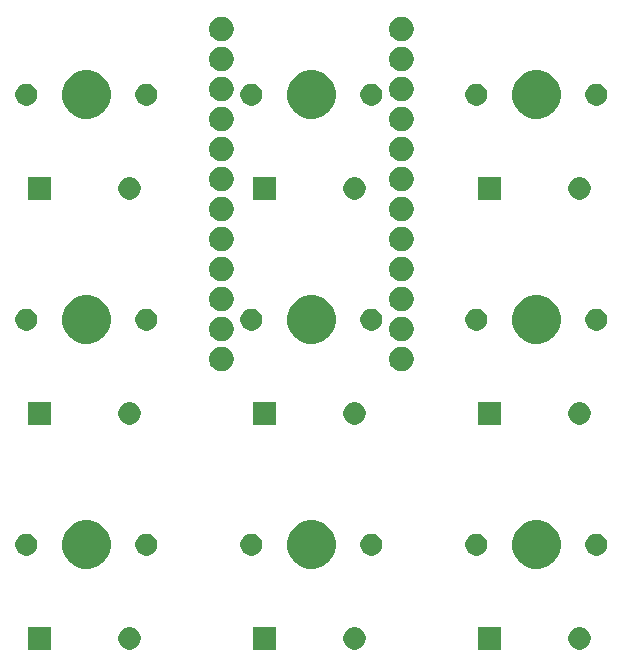
<source format=gts>
%TF.GenerationSoftware,KiCad,Pcbnew,(5.1.6)-1*%
%TF.CreationDate,2020-10-02T01:53:22-06:00*%
%TF.ProjectId,macropad_3x3,6d616372-6f70-4616-945f-3378332e6b69,rev?*%
%TF.SameCoordinates,Original*%
%TF.FileFunction,Soldermask,Top*%
%TF.FilePolarity,Negative*%
%FSLAX46Y46*%
G04 Gerber Fmt 4.6, Leading zero omitted, Abs format (unit mm)*
G04 Created by KiCad (PCBNEW (5.1.6)-1) date 2020-10-02 01:53:22*
%MOMM*%
%LPD*%
G01*
G04 APERTURE LIST*
%ADD10C,0.100000*%
G04 APERTURE END LIST*
D10*
G36*
X28732050Y-78738300D02*
G01*
X26830450Y-78738300D01*
X26830450Y-76836700D01*
X28732050Y-76836700D01*
X28732050Y-78738300D01*
G37*
G36*
X66832050Y-78738300D02*
G01*
X64930450Y-78738300D01*
X64930450Y-76836700D01*
X66832050Y-76836700D01*
X66832050Y-78738300D01*
G37*
G36*
X73778588Y-76873238D02*
G01*
X73951623Y-76944912D01*
X74107350Y-77048965D01*
X74239785Y-77181400D01*
X74343838Y-77337127D01*
X74415512Y-77510162D01*
X74452050Y-77693854D01*
X74452050Y-77881146D01*
X74415512Y-78064838D01*
X74343838Y-78237873D01*
X74239785Y-78393600D01*
X74107350Y-78526035D01*
X73951623Y-78630088D01*
X73778588Y-78701762D01*
X73594896Y-78738300D01*
X73407604Y-78738300D01*
X73223912Y-78701762D01*
X73050877Y-78630088D01*
X72895150Y-78526035D01*
X72762715Y-78393600D01*
X72658662Y-78237873D01*
X72586988Y-78064838D01*
X72550450Y-77881146D01*
X72550450Y-77693854D01*
X72586988Y-77510162D01*
X72658662Y-77337127D01*
X72762715Y-77181400D01*
X72895150Y-77048965D01*
X73050877Y-76944912D01*
X73223912Y-76873238D01*
X73407604Y-76836700D01*
X73594896Y-76836700D01*
X73778588Y-76873238D01*
G37*
G36*
X54728588Y-76873238D02*
G01*
X54901623Y-76944912D01*
X55057350Y-77048965D01*
X55189785Y-77181400D01*
X55293838Y-77337127D01*
X55365512Y-77510162D01*
X55402050Y-77693854D01*
X55402050Y-77881146D01*
X55365512Y-78064838D01*
X55293838Y-78237873D01*
X55189785Y-78393600D01*
X55057350Y-78526035D01*
X54901623Y-78630088D01*
X54728588Y-78701762D01*
X54544896Y-78738300D01*
X54357604Y-78738300D01*
X54173912Y-78701762D01*
X54000877Y-78630088D01*
X53845150Y-78526035D01*
X53712715Y-78393600D01*
X53608662Y-78237873D01*
X53536988Y-78064838D01*
X53500450Y-77881146D01*
X53500450Y-77693854D01*
X53536988Y-77510162D01*
X53608662Y-77337127D01*
X53712715Y-77181400D01*
X53845150Y-77048965D01*
X54000877Y-76944912D01*
X54173912Y-76873238D01*
X54357604Y-76836700D01*
X54544896Y-76836700D01*
X54728588Y-76873238D01*
G37*
G36*
X35678588Y-76873238D02*
G01*
X35851623Y-76944912D01*
X36007350Y-77048965D01*
X36139785Y-77181400D01*
X36243838Y-77337127D01*
X36315512Y-77510162D01*
X36352050Y-77693854D01*
X36352050Y-77881146D01*
X36315512Y-78064838D01*
X36243838Y-78237873D01*
X36139785Y-78393600D01*
X36007350Y-78526035D01*
X35851623Y-78630088D01*
X35678588Y-78701762D01*
X35494896Y-78738300D01*
X35307604Y-78738300D01*
X35123912Y-78701762D01*
X34950877Y-78630088D01*
X34795150Y-78526035D01*
X34662715Y-78393600D01*
X34558662Y-78237873D01*
X34486988Y-78064838D01*
X34450450Y-77881146D01*
X34450450Y-77693854D01*
X34486988Y-77510162D01*
X34558662Y-77337127D01*
X34662715Y-77181400D01*
X34795150Y-77048965D01*
X34950877Y-76944912D01*
X35123912Y-76873238D01*
X35307604Y-76836700D01*
X35494896Y-76836700D01*
X35678588Y-76873238D01*
G37*
G36*
X47782050Y-78738300D02*
G01*
X45880450Y-78738300D01*
X45880450Y-76836700D01*
X47782050Y-76836700D01*
X47782050Y-78738300D01*
G37*
G36*
X70446417Y-67883877D02*
G01*
X70818529Y-68038010D01*
X71153422Y-68261779D01*
X71438221Y-68546578D01*
X71661990Y-68881471D01*
X71816123Y-69253583D01*
X71894700Y-69648614D01*
X71894700Y-70051386D01*
X71816123Y-70446417D01*
X71661990Y-70818529D01*
X71438221Y-71153422D01*
X71153422Y-71438221D01*
X70818529Y-71661990D01*
X70446417Y-71816123D01*
X70051386Y-71894700D01*
X69648614Y-71894700D01*
X69253583Y-71816123D01*
X68881471Y-71661990D01*
X68546578Y-71438221D01*
X68261779Y-71153422D01*
X68038010Y-70818529D01*
X67883877Y-70446417D01*
X67805300Y-70051386D01*
X67805300Y-69648614D01*
X67883877Y-69253583D01*
X68038010Y-68881471D01*
X68261779Y-68546578D01*
X68546578Y-68261779D01*
X68881471Y-68038010D01*
X69253583Y-67883877D01*
X69648614Y-67805300D01*
X70051386Y-67805300D01*
X70446417Y-67883877D01*
G37*
G36*
X51396417Y-67883877D02*
G01*
X51768529Y-68038010D01*
X52103422Y-68261779D01*
X52388221Y-68546578D01*
X52611990Y-68881471D01*
X52766123Y-69253583D01*
X52844700Y-69648614D01*
X52844700Y-70051386D01*
X52766123Y-70446417D01*
X52611990Y-70818529D01*
X52388221Y-71153422D01*
X52103422Y-71438221D01*
X51768529Y-71661990D01*
X51396417Y-71816123D01*
X51001386Y-71894700D01*
X50598614Y-71894700D01*
X50203583Y-71816123D01*
X49831471Y-71661990D01*
X49496578Y-71438221D01*
X49211779Y-71153422D01*
X48988010Y-70818529D01*
X48833877Y-70446417D01*
X48755300Y-70051386D01*
X48755300Y-69648614D01*
X48833877Y-69253583D01*
X48988010Y-68881471D01*
X49211779Y-68546578D01*
X49496578Y-68261779D01*
X49831471Y-68038010D01*
X50203583Y-67883877D01*
X50598614Y-67805300D01*
X51001386Y-67805300D01*
X51396417Y-67883877D01*
G37*
G36*
X32346417Y-67883877D02*
G01*
X32718529Y-68038010D01*
X33053422Y-68261779D01*
X33338221Y-68546578D01*
X33561990Y-68881471D01*
X33716123Y-69253583D01*
X33794700Y-69648614D01*
X33794700Y-70051386D01*
X33716123Y-70446417D01*
X33561990Y-70818529D01*
X33338221Y-71153422D01*
X33053422Y-71438221D01*
X32718529Y-71661990D01*
X32346417Y-71816123D01*
X31951386Y-71894700D01*
X31548614Y-71894700D01*
X31153583Y-71816123D01*
X30781471Y-71661990D01*
X30446578Y-71438221D01*
X30161779Y-71153422D01*
X29938010Y-70818529D01*
X29783877Y-70446417D01*
X29705300Y-70051386D01*
X29705300Y-69648614D01*
X29783877Y-69253583D01*
X29938010Y-68881471D01*
X30161779Y-68546578D01*
X30446578Y-68261779D01*
X30781471Y-68038010D01*
X31153583Y-67883877D01*
X31548614Y-67805300D01*
X31951386Y-67805300D01*
X32346417Y-67883877D01*
G37*
G36*
X26940046Y-68959778D02*
G01*
X27108531Y-69029566D01*
X27260163Y-69130884D01*
X27389116Y-69259837D01*
X27490434Y-69411469D01*
X27490435Y-69411472D01*
X27560222Y-69579954D01*
X27595800Y-69758816D01*
X27595800Y-69941184D01*
X27573879Y-70051386D01*
X27560222Y-70120046D01*
X27490434Y-70288531D01*
X27389116Y-70440163D01*
X27260163Y-70569116D01*
X27108531Y-70670434D01*
X26940046Y-70740222D01*
X26761184Y-70775800D01*
X26578816Y-70775800D01*
X26399954Y-70740222D01*
X26231469Y-70670434D01*
X26079837Y-70569116D01*
X25950884Y-70440163D01*
X25849566Y-70288531D01*
X25779778Y-70120046D01*
X25766121Y-70051386D01*
X25744200Y-69941184D01*
X25744200Y-69758816D01*
X25779778Y-69579954D01*
X25849565Y-69411472D01*
X25849566Y-69411469D01*
X25950884Y-69259837D01*
X26079837Y-69130884D01*
X26231469Y-69029566D01*
X26399954Y-68959778D01*
X26578816Y-68924200D01*
X26761184Y-68924200D01*
X26940046Y-68959778D01*
G37*
G36*
X75200046Y-68959778D02*
G01*
X75368531Y-69029566D01*
X75520163Y-69130884D01*
X75649116Y-69259837D01*
X75750434Y-69411469D01*
X75750435Y-69411472D01*
X75820222Y-69579954D01*
X75855800Y-69758816D01*
X75855800Y-69941184D01*
X75833879Y-70051386D01*
X75820222Y-70120046D01*
X75750434Y-70288531D01*
X75649116Y-70440163D01*
X75520163Y-70569116D01*
X75368531Y-70670434D01*
X75200046Y-70740222D01*
X75021184Y-70775800D01*
X74838816Y-70775800D01*
X74659954Y-70740222D01*
X74491469Y-70670434D01*
X74339837Y-70569116D01*
X74210884Y-70440163D01*
X74109566Y-70288531D01*
X74039778Y-70120046D01*
X74026121Y-70051386D01*
X74004200Y-69941184D01*
X74004200Y-69758816D01*
X74039778Y-69579954D01*
X74109565Y-69411472D01*
X74109566Y-69411469D01*
X74210884Y-69259837D01*
X74339837Y-69130884D01*
X74491469Y-69029566D01*
X74659954Y-68959778D01*
X74838816Y-68924200D01*
X75021184Y-68924200D01*
X75200046Y-68959778D01*
G37*
G36*
X65040046Y-68959778D02*
G01*
X65208531Y-69029566D01*
X65360163Y-69130884D01*
X65489116Y-69259837D01*
X65590434Y-69411469D01*
X65590435Y-69411472D01*
X65660222Y-69579954D01*
X65695800Y-69758816D01*
X65695800Y-69941184D01*
X65673879Y-70051386D01*
X65660222Y-70120046D01*
X65590434Y-70288531D01*
X65489116Y-70440163D01*
X65360163Y-70569116D01*
X65208531Y-70670434D01*
X65040046Y-70740222D01*
X64861184Y-70775800D01*
X64678816Y-70775800D01*
X64499954Y-70740222D01*
X64331469Y-70670434D01*
X64179837Y-70569116D01*
X64050884Y-70440163D01*
X63949566Y-70288531D01*
X63879778Y-70120046D01*
X63866121Y-70051386D01*
X63844200Y-69941184D01*
X63844200Y-69758816D01*
X63879778Y-69579954D01*
X63949565Y-69411472D01*
X63949566Y-69411469D01*
X64050884Y-69259837D01*
X64179837Y-69130884D01*
X64331469Y-69029566D01*
X64499954Y-68959778D01*
X64678816Y-68924200D01*
X64861184Y-68924200D01*
X65040046Y-68959778D01*
G37*
G36*
X56150046Y-68959778D02*
G01*
X56318531Y-69029566D01*
X56470163Y-69130884D01*
X56599116Y-69259837D01*
X56700434Y-69411469D01*
X56700435Y-69411472D01*
X56770222Y-69579954D01*
X56805800Y-69758816D01*
X56805800Y-69941184D01*
X56783879Y-70051386D01*
X56770222Y-70120046D01*
X56700434Y-70288531D01*
X56599116Y-70440163D01*
X56470163Y-70569116D01*
X56318531Y-70670434D01*
X56150046Y-70740222D01*
X55971184Y-70775800D01*
X55788816Y-70775800D01*
X55609954Y-70740222D01*
X55441469Y-70670434D01*
X55289837Y-70569116D01*
X55160884Y-70440163D01*
X55059566Y-70288531D01*
X54989778Y-70120046D01*
X54976121Y-70051386D01*
X54954200Y-69941184D01*
X54954200Y-69758816D01*
X54989778Y-69579954D01*
X55059565Y-69411472D01*
X55059566Y-69411469D01*
X55160884Y-69259837D01*
X55289837Y-69130884D01*
X55441469Y-69029566D01*
X55609954Y-68959778D01*
X55788816Y-68924200D01*
X55971184Y-68924200D01*
X56150046Y-68959778D01*
G37*
G36*
X45990046Y-68959778D02*
G01*
X46158531Y-69029566D01*
X46310163Y-69130884D01*
X46439116Y-69259837D01*
X46540434Y-69411469D01*
X46540435Y-69411472D01*
X46610222Y-69579954D01*
X46645800Y-69758816D01*
X46645800Y-69941184D01*
X46623879Y-70051386D01*
X46610222Y-70120046D01*
X46540434Y-70288531D01*
X46439116Y-70440163D01*
X46310163Y-70569116D01*
X46158531Y-70670434D01*
X45990046Y-70740222D01*
X45811184Y-70775800D01*
X45628816Y-70775800D01*
X45449954Y-70740222D01*
X45281469Y-70670434D01*
X45129837Y-70569116D01*
X45000884Y-70440163D01*
X44899566Y-70288531D01*
X44829778Y-70120046D01*
X44816121Y-70051386D01*
X44794200Y-69941184D01*
X44794200Y-69758816D01*
X44829778Y-69579954D01*
X44899565Y-69411472D01*
X44899566Y-69411469D01*
X45000884Y-69259837D01*
X45129837Y-69130884D01*
X45281469Y-69029566D01*
X45449954Y-68959778D01*
X45628816Y-68924200D01*
X45811184Y-68924200D01*
X45990046Y-68959778D01*
G37*
G36*
X37100046Y-68959778D02*
G01*
X37268531Y-69029566D01*
X37420163Y-69130884D01*
X37549116Y-69259837D01*
X37650434Y-69411469D01*
X37650435Y-69411472D01*
X37720222Y-69579954D01*
X37755800Y-69758816D01*
X37755800Y-69941184D01*
X37733879Y-70051386D01*
X37720222Y-70120046D01*
X37650434Y-70288531D01*
X37549116Y-70440163D01*
X37420163Y-70569116D01*
X37268531Y-70670434D01*
X37100046Y-70740222D01*
X36921184Y-70775800D01*
X36738816Y-70775800D01*
X36559954Y-70740222D01*
X36391469Y-70670434D01*
X36239837Y-70569116D01*
X36110884Y-70440163D01*
X36009566Y-70288531D01*
X35939778Y-70120046D01*
X35926121Y-70051386D01*
X35904200Y-69941184D01*
X35904200Y-69758816D01*
X35939778Y-69579954D01*
X36009565Y-69411472D01*
X36009566Y-69411469D01*
X36110884Y-69259837D01*
X36239837Y-69130884D01*
X36391469Y-69029566D01*
X36559954Y-68959778D01*
X36738816Y-68924200D01*
X36921184Y-68924200D01*
X37100046Y-68959778D01*
G37*
G36*
X66832050Y-59688300D02*
G01*
X64930450Y-59688300D01*
X64930450Y-57786700D01*
X66832050Y-57786700D01*
X66832050Y-59688300D01*
G37*
G36*
X73778588Y-57823238D02*
G01*
X73951623Y-57894912D01*
X74107350Y-57998965D01*
X74239785Y-58131400D01*
X74343838Y-58287127D01*
X74415512Y-58460162D01*
X74452050Y-58643854D01*
X74452050Y-58831146D01*
X74415512Y-59014838D01*
X74343838Y-59187873D01*
X74239785Y-59343600D01*
X74107350Y-59476035D01*
X73951623Y-59580088D01*
X73778588Y-59651762D01*
X73594896Y-59688300D01*
X73407604Y-59688300D01*
X73223912Y-59651762D01*
X73050877Y-59580088D01*
X72895150Y-59476035D01*
X72762715Y-59343600D01*
X72658662Y-59187873D01*
X72586988Y-59014838D01*
X72550450Y-58831146D01*
X72550450Y-58643854D01*
X72586988Y-58460162D01*
X72658662Y-58287127D01*
X72762715Y-58131400D01*
X72895150Y-57998965D01*
X73050877Y-57894912D01*
X73223912Y-57823238D01*
X73407604Y-57786700D01*
X73594896Y-57786700D01*
X73778588Y-57823238D01*
G37*
G36*
X54728588Y-57823238D02*
G01*
X54901623Y-57894912D01*
X55057350Y-57998965D01*
X55189785Y-58131400D01*
X55293838Y-58287127D01*
X55365512Y-58460162D01*
X55402050Y-58643854D01*
X55402050Y-58831146D01*
X55365512Y-59014838D01*
X55293838Y-59187873D01*
X55189785Y-59343600D01*
X55057350Y-59476035D01*
X54901623Y-59580088D01*
X54728588Y-59651762D01*
X54544896Y-59688300D01*
X54357604Y-59688300D01*
X54173912Y-59651762D01*
X54000877Y-59580088D01*
X53845150Y-59476035D01*
X53712715Y-59343600D01*
X53608662Y-59187873D01*
X53536988Y-59014838D01*
X53500450Y-58831146D01*
X53500450Y-58643854D01*
X53536988Y-58460162D01*
X53608662Y-58287127D01*
X53712715Y-58131400D01*
X53845150Y-57998965D01*
X54000877Y-57894912D01*
X54173912Y-57823238D01*
X54357604Y-57786700D01*
X54544896Y-57786700D01*
X54728588Y-57823238D01*
G37*
G36*
X28732050Y-59688300D02*
G01*
X26830450Y-59688300D01*
X26830450Y-57786700D01*
X28732050Y-57786700D01*
X28732050Y-59688300D01*
G37*
G36*
X35678588Y-57823238D02*
G01*
X35851623Y-57894912D01*
X36007350Y-57998965D01*
X36139785Y-58131400D01*
X36243838Y-58287127D01*
X36315512Y-58460162D01*
X36352050Y-58643854D01*
X36352050Y-58831146D01*
X36315512Y-59014838D01*
X36243838Y-59187873D01*
X36139785Y-59343600D01*
X36007350Y-59476035D01*
X35851623Y-59580088D01*
X35678588Y-59651762D01*
X35494896Y-59688300D01*
X35307604Y-59688300D01*
X35123912Y-59651762D01*
X34950877Y-59580088D01*
X34795150Y-59476035D01*
X34662715Y-59343600D01*
X34558662Y-59187873D01*
X34486988Y-59014838D01*
X34450450Y-58831146D01*
X34450450Y-58643854D01*
X34486988Y-58460162D01*
X34558662Y-58287127D01*
X34662715Y-58131400D01*
X34795150Y-57998965D01*
X34950877Y-57894912D01*
X35123912Y-57823238D01*
X35307604Y-57786700D01*
X35494896Y-57786700D01*
X35678588Y-57823238D01*
G37*
G36*
X47782050Y-59688300D02*
G01*
X45880450Y-59688300D01*
X45880450Y-57786700D01*
X47782050Y-57786700D01*
X47782050Y-59688300D01*
G37*
G36*
X43483766Y-53132370D02*
G01*
X43673288Y-53210873D01*
X43843855Y-53324842D01*
X43988908Y-53469895D01*
X44102877Y-53640462D01*
X44181380Y-53829984D01*
X44221400Y-54031181D01*
X44221400Y-54236319D01*
X44181380Y-54437516D01*
X44102877Y-54627038D01*
X43988908Y-54797605D01*
X43843855Y-54942658D01*
X43673288Y-55056627D01*
X43483766Y-55135130D01*
X43282569Y-55175150D01*
X43077431Y-55175150D01*
X42876234Y-55135130D01*
X42686712Y-55056627D01*
X42516145Y-54942658D01*
X42371092Y-54797605D01*
X42257123Y-54627038D01*
X42178620Y-54437516D01*
X42138600Y-54236319D01*
X42138600Y-54031181D01*
X42178620Y-53829984D01*
X42257123Y-53640462D01*
X42371092Y-53469895D01*
X42516145Y-53324842D01*
X42686712Y-53210873D01*
X42876234Y-53132370D01*
X43077431Y-53092350D01*
X43282569Y-53092350D01*
X43483766Y-53132370D01*
G37*
G36*
X58723766Y-53132370D02*
G01*
X58913288Y-53210873D01*
X59083855Y-53324842D01*
X59228908Y-53469895D01*
X59342877Y-53640462D01*
X59421380Y-53829984D01*
X59461400Y-54031181D01*
X59461400Y-54236319D01*
X59421380Y-54437516D01*
X59342877Y-54627038D01*
X59228908Y-54797605D01*
X59083855Y-54942658D01*
X58913288Y-55056627D01*
X58723766Y-55135130D01*
X58522569Y-55175150D01*
X58317431Y-55175150D01*
X58116234Y-55135130D01*
X57926712Y-55056627D01*
X57756145Y-54942658D01*
X57611092Y-54797605D01*
X57497123Y-54627038D01*
X57418620Y-54437516D01*
X57378600Y-54236319D01*
X57378600Y-54031181D01*
X57418620Y-53829984D01*
X57497123Y-53640462D01*
X57611092Y-53469895D01*
X57756145Y-53324842D01*
X57926712Y-53210873D01*
X58116234Y-53132370D01*
X58317431Y-53092350D01*
X58522569Y-53092350D01*
X58723766Y-53132370D01*
G37*
G36*
X32346417Y-48833877D02*
G01*
X32718529Y-48988010D01*
X33053422Y-49211779D01*
X33338221Y-49496578D01*
X33561990Y-49831471D01*
X33716123Y-50203583D01*
X33794700Y-50598614D01*
X33794700Y-51001386D01*
X33716123Y-51396417D01*
X33561990Y-51768529D01*
X33338221Y-52103422D01*
X33053422Y-52388221D01*
X32718529Y-52611990D01*
X32346417Y-52766123D01*
X31951386Y-52844700D01*
X31548614Y-52844700D01*
X31153583Y-52766123D01*
X30781471Y-52611990D01*
X30446578Y-52388221D01*
X30161779Y-52103422D01*
X29938010Y-51768529D01*
X29783877Y-51396417D01*
X29705300Y-51001386D01*
X29705300Y-50598614D01*
X29783877Y-50203583D01*
X29938010Y-49831471D01*
X30161779Y-49496578D01*
X30446578Y-49211779D01*
X30781471Y-48988010D01*
X31153583Y-48833877D01*
X31548614Y-48755300D01*
X31951386Y-48755300D01*
X32346417Y-48833877D01*
G37*
G36*
X70446417Y-48833877D02*
G01*
X70818529Y-48988010D01*
X71153422Y-49211779D01*
X71438221Y-49496578D01*
X71661990Y-49831471D01*
X71816123Y-50203583D01*
X71894700Y-50598614D01*
X71894700Y-51001386D01*
X71816123Y-51396417D01*
X71661990Y-51768529D01*
X71438221Y-52103422D01*
X71153422Y-52388221D01*
X70818529Y-52611990D01*
X70446417Y-52766123D01*
X70051386Y-52844700D01*
X69648614Y-52844700D01*
X69253583Y-52766123D01*
X68881471Y-52611990D01*
X68546578Y-52388221D01*
X68261779Y-52103422D01*
X68038010Y-51768529D01*
X67883877Y-51396417D01*
X67805300Y-51001386D01*
X67805300Y-50598614D01*
X67883877Y-50203583D01*
X68038010Y-49831471D01*
X68261779Y-49496578D01*
X68546578Y-49211779D01*
X68881471Y-48988010D01*
X69253583Y-48833877D01*
X69648614Y-48755300D01*
X70051386Y-48755300D01*
X70446417Y-48833877D01*
G37*
G36*
X51396417Y-48833877D02*
G01*
X51768529Y-48988010D01*
X52103422Y-49211779D01*
X52388221Y-49496578D01*
X52611990Y-49831471D01*
X52766123Y-50203583D01*
X52844700Y-50598614D01*
X52844700Y-51001386D01*
X52766123Y-51396417D01*
X52611990Y-51768529D01*
X52388221Y-52103422D01*
X52103422Y-52388221D01*
X51768529Y-52611990D01*
X51396417Y-52766123D01*
X51001386Y-52844700D01*
X50598614Y-52844700D01*
X50203583Y-52766123D01*
X49831471Y-52611990D01*
X49496578Y-52388221D01*
X49211779Y-52103422D01*
X48988010Y-51768529D01*
X48833877Y-51396417D01*
X48755300Y-51001386D01*
X48755300Y-50598614D01*
X48833877Y-50203583D01*
X48988010Y-49831471D01*
X49211779Y-49496578D01*
X49496578Y-49211779D01*
X49831471Y-48988010D01*
X50203583Y-48833877D01*
X50598614Y-48755300D01*
X51001386Y-48755300D01*
X51396417Y-48833877D01*
G37*
G36*
X58723766Y-50592370D02*
G01*
X58913288Y-50670873D01*
X59083855Y-50784842D01*
X59228908Y-50929895D01*
X59342877Y-51100462D01*
X59421380Y-51289984D01*
X59461400Y-51491181D01*
X59461400Y-51696319D01*
X59421380Y-51897516D01*
X59342877Y-52087038D01*
X59228908Y-52257605D01*
X59083855Y-52402658D01*
X58913288Y-52516627D01*
X58723766Y-52595130D01*
X58522569Y-52635150D01*
X58317431Y-52635150D01*
X58116234Y-52595130D01*
X57926712Y-52516627D01*
X57756145Y-52402658D01*
X57611092Y-52257605D01*
X57497123Y-52087038D01*
X57418620Y-51897516D01*
X57378600Y-51696319D01*
X57378600Y-51491181D01*
X57418620Y-51289984D01*
X57497123Y-51100462D01*
X57611092Y-50929895D01*
X57756145Y-50784842D01*
X57926712Y-50670873D01*
X58116234Y-50592370D01*
X58317431Y-50552350D01*
X58522569Y-50552350D01*
X58723766Y-50592370D01*
G37*
G36*
X43483766Y-50592370D02*
G01*
X43673288Y-50670873D01*
X43843855Y-50784842D01*
X43988908Y-50929895D01*
X44102877Y-51100462D01*
X44181380Y-51289984D01*
X44221400Y-51491181D01*
X44221400Y-51696319D01*
X44181380Y-51897516D01*
X44102877Y-52087038D01*
X43988908Y-52257605D01*
X43843855Y-52402658D01*
X43673288Y-52516627D01*
X43483766Y-52595130D01*
X43282569Y-52635150D01*
X43077431Y-52635150D01*
X42876234Y-52595130D01*
X42686712Y-52516627D01*
X42516145Y-52402658D01*
X42371092Y-52257605D01*
X42257123Y-52087038D01*
X42178620Y-51897516D01*
X42138600Y-51696319D01*
X42138600Y-51491181D01*
X42178620Y-51289984D01*
X42257123Y-51100462D01*
X42371092Y-50929895D01*
X42516145Y-50784842D01*
X42686712Y-50670873D01*
X42876234Y-50592370D01*
X43077431Y-50552350D01*
X43282569Y-50552350D01*
X43483766Y-50592370D01*
G37*
G36*
X26940046Y-49909778D02*
G01*
X27108531Y-49979566D01*
X27260163Y-50080884D01*
X27389116Y-50209837D01*
X27490434Y-50361469D01*
X27490435Y-50361472D01*
X27560222Y-50529954D01*
X27595800Y-50708816D01*
X27595800Y-50891184D01*
X27573879Y-51001386D01*
X27560222Y-51070046D01*
X27490434Y-51238531D01*
X27389116Y-51390163D01*
X27260163Y-51519116D01*
X27108531Y-51620434D01*
X26940046Y-51690222D01*
X26761184Y-51725800D01*
X26578816Y-51725800D01*
X26399954Y-51690222D01*
X26231469Y-51620434D01*
X26079837Y-51519116D01*
X25950884Y-51390163D01*
X25849566Y-51238531D01*
X25779778Y-51070046D01*
X25766121Y-51001386D01*
X25744200Y-50891184D01*
X25744200Y-50708816D01*
X25779778Y-50529954D01*
X25849565Y-50361472D01*
X25849566Y-50361469D01*
X25950884Y-50209837D01*
X26079837Y-50080884D01*
X26231469Y-49979566D01*
X26399954Y-49909778D01*
X26578816Y-49874200D01*
X26761184Y-49874200D01*
X26940046Y-49909778D01*
G37*
G36*
X37100046Y-49909778D02*
G01*
X37268531Y-49979566D01*
X37420163Y-50080884D01*
X37549116Y-50209837D01*
X37650434Y-50361469D01*
X37650435Y-50361472D01*
X37720222Y-50529954D01*
X37755800Y-50708816D01*
X37755800Y-50891184D01*
X37733879Y-51001386D01*
X37720222Y-51070046D01*
X37650434Y-51238531D01*
X37549116Y-51390163D01*
X37420163Y-51519116D01*
X37268531Y-51620434D01*
X37100046Y-51690222D01*
X36921184Y-51725800D01*
X36738816Y-51725800D01*
X36559954Y-51690222D01*
X36391469Y-51620434D01*
X36239837Y-51519116D01*
X36110884Y-51390163D01*
X36009566Y-51238531D01*
X35939778Y-51070046D01*
X35926121Y-51001386D01*
X35904200Y-50891184D01*
X35904200Y-50708816D01*
X35939778Y-50529954D01*
X36009565Y-50361472D01*
X36009566Y-50361469D01*
X36110884Y-50209837D01*
X36239837Y-50080884D01*
X36391469Y-49979566D01*
X36559954Y-49909778D01*
X36738816Y-49874200D01*
X36921184Y-49874200D01*
X37100046Y-49909778D01*
G37*
G36*
X75200046Y-49909778D02*
G01*
X75368531Y-49979566D01*
X75520163Y-50080884D01*
X75649116Y-50209837D01*
X75750434Y-50361469D01*
X75750435Y-50361472D01*
X75820222Y-50529954D01*
X75855800Y-50708816D01*
X75855800Y-50891184D01*
X75833879Y-51001386D01*
X75820222Y-51070046D01*
X75750434Y-51238531D01*
X75649116Y-51390163D01*
X75520163Y-51519116D01*
X75368531Y-51620434D01*
X75200046Y-51690222D01*
X75021184Y-51725800D01*
X74838816Y-51725800D01*
X74659954Y-51690222D01*
X74491469Y-51620434D01*
X74339837Y-51519116D01*
X74210884Y-51390163D01*
X74109566Y-51238531D01*
X74039778Y-51070046D01*
X74026121Y-51001386D01*
X74004200Y-50891184D01*
X74004200Y-50708816D01*
X74039778Y-50529954D01*
X74109565Y-50361472D01*
X74109566Y-50361469D01*
X74210884Y-50209837D01*
X74339837Y-50080884D01*
X74491469Y-49979566D01*
X74659954Y-49909778D01*
X74838816Y-49874200D01*
X75021184Y-49874200D01*
X75200046Y-49909778D01*
G37*
G36*
X65040046Y-49909778D02*
G01*
X65208531Y-49979566D01*
X65360163Y-50080884D01*
X65489116Y-50209837D01*
X65590434Y-50361469D01*
X65590435Y-50361472D01*
X65660222Y-50529954D01*
X65695800Y-50708816D01*
X65695800Y-50891184D01*
X65673879Y-51001386D01*
X65660222Y-51070046D01*
X65590434Y-51238531D01*
X65489116Y-51390163D01*
X65360163Y-51519116D01*
X65208531Y-51620434D01*
X65040046Y-51690222D01*
X64861184Y-51725800D01*
X64678816Y-51725800D01*
X64499954Y-51690222D01*
X64331469Y-51620434D01*
X64179837Y-51519116D01*
X64050884Y-51390163D01*
X63949566Y-51238531D01*
X63879778Y-51070046D01*
X63866121Y-51001386D01*
X63844200Y-50891184D01*
X63844200Y-50708816D01*
X63879778Y-50529954D01*
X63949565Y-50361472D01*
X63949566Y-50361469D01*
X64050884Y-50209837D01*
X64179837Y-50080884D01*
X64331469Y-49979566D01*
X64499954Y-49909778D01*
X64678816Y-49874200D01*
X64861184Y-49874200D01*
X65040046Y-49909778D01*
G37*
G36*
X56150046Y-49909778D02*
G01*
X56318531Y-49979566D01*
X56470163Y-50080884D01*
X56599116Y-50209837D01*
X56700434Y-50361469D01*
X56700435Y-50361472D01*
X56770222Y-50529954D01*
X56805800Y-50708816D01*
X56805800Y-50891184D01*
X56783879Y-51001386D01*
X56770222Y-51070046D01*
X56700434Y-51238531D01*
X56599116Y-51390163D01*
X56470163Y-51519116D01*
X56318531Y-51620434D01*
X56150046Y-51690222D01*
X55971184Y-51725800D01*
X55788816Y-51725800D01*
X55609954Y-51690222D01*
X55441469Y-51620434D01*
X55289837Y-51519116D01*
X55160884Y-51390163D01*
X55059566Y-51238531D01*
X54989778Y-51070046D01*
X54976121Y-51001386D01*
X54954200Y-50891184D01*
X54954200Y-50708816D01*
X54989778Y-50529954D01*
X55059565Y-50361472D01*
X55059566Y-50361469D01*
X55160884Y-50209837D01*
X55289837Y-50080884D01*
X55441469Y-49979566D01*
X55609954Y-49909778D01*
X55788816Y-49874200D01*
X55971184Y-49874200D01*
X56150046Y-49909778D01*
G37*
G36*
X45990046Y-49909778D02*
G01*
X46158531Y-49979566D01*
X46310163Y-50080884D01*
X46439116Y-50209837D01*
X46540434Y-50361469D01*
X46540435Y-50361472D01*
X46610222Y-50529954D01*
X46645800Y-50708816D01*
X46645800Y-50891184D01*
X46623879Y-51001386D01*
X46610222Y-51070046D01*
X46540434Y-51238531D01*
X46439116Y-51390163D01*
X46310163Y-51519116D01*
X46158531Y-51620434D01*
X45990046Y-51690222D01*
X45811184Y-51725800D01*
X45628816Y-51725800D01*
X45449954Y-51690222D01*
X45281469Y-51620434D01*
X45129837Y-51519116D01*
X45000884Y-51390163D01*
X44899566Y-51238531D01*
X44829778Y-51070046D01*
X44816121Y-51001386D01*
X44794200Y-50891184D01*
X44794200Y-50708816D01*
X44829778Y-50529954D01*
X44899565Y-50361472D01*
X44899566Y-50361469D01*
X45000884Y-50209837D01*
X45129837Y-50080884D01*
X45281469Y-49979566D01*
X45449954Y-49909778D01*
X45628816Y-49874200D01*
X45811184Y-49874200D01*
X45990046Y-49909778D01*
G37*
G36*
X43483766Y-48052370D02*
G01*
X43673288Y-48130873D01*
X43843855Y-48244842D01*
X43988908Y-48389895D01*
X44102877Y-48560462D01*
X44181380Y-48749984D01*
X44221400Y-48951181D01*
X44221400Y-49156319D01*
X44181380Y-49357516D01*
X44102877Y-49547038D01*
X43988908Y-49717605D01*
X43843855Y-49862658D01*
X43673288Y-49976627D01*
X43483766Y-50055130D01*
X43282569Y-50095150D01*
X43077431Y-50095150D01*
X42876234Y-50055130D01*
X42686712Y-49976627D01*
X42516145Y-49862658D01*
X42371092Y-49717605D01*
X42257123Y-49547038D01*
X42178620Y-49357516D01*
X42138600Y-49156319D01*
X42138600Y-48951181D01*
X42178620Y-48749984D01*
X42257123Y-48560462D01*
X42371092Y-48389895D01*
X42516145Y-48244842D01*
X42686712Y-48130873D01*
X42876234Y-48052370D01*
X43077431Y-48012350D01*
X43282569Y-48012350D01*
X43483766Y-48052370D01*
G37*
G36*
X58723766Y-48052370D02*
G01*
X58913288Y-48130873D01*
X59083855Y-48244842D01*
X59228908Y-48389895D01*
X59342877Y-48560462D01*
X59421380Y-48749984D01*
X59461400Y-48951181D01*
X59461400Y-49156319D01*
X59421380Y-49357516D01*
X59342877Y-49547038D01*
X59228908Y-49717605D01*
X59083855Y-49862658D01*
X58913288Y-49976627D01*
X58723766Y-50055130D01*
X58522569Y-50095150D01*
X58317431Y-50095150D01*
X58116234Y-50055130D01*
X57926712Y-49976627D01*
X57756145Y-49862658D01*
X57611092Y-49717605D01*
X57497123Y-49547038D01*
X57418620Y-49357516D01*
X57378600Y-49156319D01*
X57378600Y-48951181D01*
X57418620Y-48749984D01*
X57497123Y-48560462D01*
X57611092Y-48389895D01*
X57756145Y-48244842D01*
X57926712Y-48130873D01*
X58116234Y-48052370D01*
X58317431Y-48012350D01*
X58522569Y-48012350D01*
X58723766Y-48052370D01*
G37*
G36*
X58723766Y-45512370D02*
G01*
X58913288Y-45590873D01*
X59083855Y-45704842D01*
X59228908Y-45849895D01*
X59342877Y-46020462D01*
X59421380Y-46209984D01*
X59461400Y-46411181D01*
X59461400Y-46616319D01*
X59421380Y-46817516D01*
X59342877Y-47007038D01*
X59228908Y-47177605D01*
X59083855Y-47322658D01*
X58913288Y-47436627D01*
X58723766Y-47515130D01*
X58522569Y-47555150D01*
X58317431Y-47555150D01*
X58116234Y-47515130D01*
X57926712Y-47436627D01*
X57756145Y-47322658D01*
X57611092Y-47177605D01*
X57497123Y-47007038D01*
X57418620Y-46817516D01*
X57378600Y-46616319D01*
X57378600Y-46411181D01*
X57418620Y-46209984D01*
X57497123Y-46020462D01*
X57611092Y-45849895D01*
X57756145Y-45704842D01*
X57926712Y-45590873D01*
X58116234Y-45512370D01*
X58317431Y-45472350D01*
X58522569Y-45472350D01*
X58723766Y-45512370D01*
G37*
G36*
X43483766Y-45512370D02*
G01*
X43673288Y-45590873D01*
X43843855Y-45704842D01*
X43988908Y-45849895D01*
X44102877Y-46020462D01*
X44181380Y-46209984D01*
X44221400Y-46411181D01*
X44221400Y-46616319D01*
X44181380Y-46817516D01*
X44102877Y-47007038D01*
X43988908Y-47177605D01*
X43843855Y-47322658D01*
X43673288Y-47436627D01*
X43483766Y-47515130D01*
X43282569Y-47555150D01*
X43077431Y-47555150D01*
X42876234Y-47515130D01*
X42686712Y-47436627D01*
X42516145Y-47322658D01*
X42371092Y-47177605D01*
X42257123Y-47007038D01*
X42178620Y-46817516D01*
X42138600Y-46616319D01*
X42138600Y-46411181D01*
X42178620Y-46209984D01*
X42257123Y-46020462D01*
X42371092Y-45849895D01*
X42516145Y-45704842D01*
X42686712Y-45590873D01*
X42876234Y-45512370D01*
X43077431Y-45472350D01*
X43282569Y-45472350D01*
X43483766Y-45512370D01*
G37*
G36*
X43483766Y-42972370D02*
G01*
X43673288Y-43050873D01*
X43843855Y-43164842D01*
X43988908Y-43309895D01*
X44102877Y-43480462D01*
X44181380Y-43669984D01*
X44221400Y-43871181D01*
X44221400Y-44076319D01*
X44181380Y-44277516D01*
X44102877Y-44467038D01*
X43988908Y-44637605D01*
X43843855Y-44782658D01*
X43673288Y-44896627D01*
X43483766Y-44975130D01*
X43282569Y-45015150D01*
X43077431Y-45015150D01*
X42876234Y-44975130D01*
X42686712Y-44896627D01*
X42516145Y-44782658D01*
X42371092Y-44637605D01*
X42257123Y-44467038D01*
X42178620Y-44277516D01*
X42138600Y-44076319D01*
X42138600Y-43871181D01*
X42178620Y-43669984D01*
X42257123Y-43480462D01*
X42371092Y-43309895D01*
X42516145Y-43164842D01*
X42686712Y-43050873D01*
X42876234Y-42972370D01*
X43077431Y-42932350D01*
X43282569Y-42932350D01*
X43483766Y-42972370D01*
G37*
G36*
X58723766Y-42972370D02*
G01*
X58913288Y-43050873D01*
X59083855Y-43164842D01*
X59228908Y-43309895D01*
X59342877Y-43480462D01*
X59421380Y-43669984D01*
X59461400Y-43871181D01*
X59461400Y-44076319D01*
X59421380Y-44277516D01*
X59342877Y-44467038D01*
X59228908Y-44637605D01*
X59083855Y-44782658D01*
X58913288Y-44896627D01*
X58723766Y-44975130D01*
X58522569Y-45015150D01*
X58317431Y-45015150D01*
X58116234Y-44975130D01*
X57926712Y-44896627D01*
X57756145Y-44782658D01*
X57611092Y-44637605D01*
X57497123Y-44467038D01*
X57418620Y-44277516D01*
X57378600Y-44076319D01*
X57378600Y-43871181D01*
X57418620Y-43669984D01*
X57497123Y-43480462D01*
X57611092Y-43309895D01*
X57756145Y-43164842D01*
X57926712Y-43050873D01*
X58116234Y-42972370D01*
X58317431Y-42932350D01*
X58522569Y-42932350D01*
X58723766Y-42972370D01*
G37*
G36*
X43483766Y-40432370D02*
G01*
X43673288Y-40510873D01*
X43843855Y-40624842D01*
X43988908Y-40769895D01*
X44102877Y-40940462D01*
X44181380Y-41129984D01*
X44221400Y-41331181D01*
X44221400Y-41536319D01*
X44181380Y-41737516D01*
X44102877Y-41927038D01*
X43988908Y-42097605D01*
X43843855Y-42242658D01*
X43673288Y-42356627D01*
X43483766Y-42435130D01*
X43282569Y-42475150D01*
X43077431Y-42475150D01*
X42876234Y-42435130D01*
X42686712Y-42356627D01*
X42516145Y-42242658D01*
X42371092Y-42097605D01*
X42257123Y-41927038D01*
X42178620Y-41737516D01*
X42138600Y-41536319D01*
X42138600Y-41331181D01*
X42178620Y-41129984D01*
X42257123Y-40940462D01*
X42371092Y-40769895D01*
X42516145Y-40624842D01*
X42686712Y-40510873D01*
X42876234Y-40432370D01*
X43077431Y-40392350D01*
X43282569Y-40392350D01*
X43483766Y-40432370D01*
G37*
G36*
X58723766Y-40432370D02*
G01*
X58913288Y-40510873D01*
X59083855Y-40624842D01*
X59228908Y-40769895D01*
X59342877Y-40940462D01*
X59421380Y-41129984D01*
X59461400Y-41331181D01*
X59461400Y-41536319D01*
X59421380Y-41737516D01*
X59342877Y-41927038D01*
X59228908Y-42097605D01*
X59083855Y-42242658D01*
X58913288Y-42356627D01*
X58723766Y-42435130D01*
X58522569Y-42475150D01*
X58317431Y-42475150D01*
X58116234Y-42435130D01*
X57926712Y-42356627D01*
X57756145Y-42242658D01*
X57611092Y-42097605D01*
X57497123Y-41927038D01*
X57418620Y-41737516D01*
X57378600Y-41536319D01*
X57378600Y-41331181D01*
X57418620Y-41129984D01*
X57497123Y-40940462D01*
X57611092Y-40769895D01*
X57756145Y-40624842D01*
X57926712Y-40510873D01*
X58116234Y-40432370D01*
X58317431Y-40392350D01*
X58522569Y-40392350D01*
X58723766Y-40432370D01*
G37*
G36*
X66832050Y-40638300D02*
G01*
X64930450Y-40638300D01*
X64930450Y-38736700D01*
X66832050Y-38736700D01*
X66832050Y-40638300D01*
G37*
G36*
X28732050Y-40638300D02*
G01*
X26830450Y-40638300D01*
X26830450Y-38736700D01*
X28732050Y-38736700D01*
X28732050Y-40638300D01*
G37*
G36*
X35678588Y-38773238D02*
G01*
X35851623Y-38844912D01*
X36007350Y-38948965D01*
X36139785Y-39081400D01*
X36243838Y-39237127D01*
X36315512Y-39410162D01*
X36352050Y-39593854D01*
X36352050Y-39781146D01*
X36315512Y-39964838D01*
X36243838Y-40137873D01*
X36139785Y-40293600D01*
X36007350Y-40426035D01*
X35851623Y-40530088D01*
X35678588Y-40601762D01*
X35494896Y-40638300D01*
X35307604Y-40638300D01*
X35123912Y-40601762D01*
X34950877Y-40530088D01*
X34795150Y-40426035D01*
X34662715Y-40293600D01*
X34558662Y-40137873D01*
X34486988Y-39964838D01*
X34450450Y-39781146D01*
X34450450Y-39593854D01*
X34486988Y-39410162D01*
X34558662Y-39237127D01*
X34662715Y-39081400D01*
X34795150Y-38948965D01*
X34950877Y-38844912D01*
X35123912Y-38773238D01*
X35307604Y-38736700D01*
X35494896Y-38736700D01*
X35678588Y-38773238D01*
G37*
G36*
X47782050Y-40638300D02*
G01*
X45880450Y-40638300D01*
X45880450Y-38736700D01*
X47782050Y-38736700D01*
X47782050Y-40638300D01*
G37*
G36*
X54728588Y-38773238D02*
G01*
X54901623Y-38844912D01*
X55057350Y-38948965D01*
X55189785Y-39081400D01*
X55293838Y-39237127D01*
X55365512Y-39410162D01*
X55402050Y-39593854D01*
X55402050Y-39781146D01*
X55365512Y-39964838D01*
X55293838Y-40137873D01*
X55189785Y-40293600D01*
X55057350Y-40426035D01*
X54901623Y-40530088D01*
X54728588Y-40601762D01*
X54544896Y-40638300D01*
X54357604Y-40638300D01*
X54173912Y-40601762D01*
X54000877Y-40530088D01*
X53845150Y-40426035D01*
X53712715Y-40293600D01*
X53608662Y-40137873D01*
X53536988Y-39964838D01*
X53500450Y-39781146D01*
X53500450Y-39593854D01*
X53536988Y-39410162D01*
X53608662Y-39237127D01*
X53712715Y-39081400D01*
X53845150Y-38948965D01*
X54000877Y-38844912D01*
X54173912Y-38773238D01*
X54357604Y-38736700D01*
X54544896Y-38736700D01*
X54728588Y-38773238D01*
G37*
G36*
X73778588Y-38773238D02*
G01*
X73951623Y-38844912D01*
X74107350Y-38948965D01*
X74239785Y-39081400D01*
X74343838Y-39237127D01*
X74415512Y-39410162D01*
X74452050Y-39593854D01*
X74452050Y-39781146D01*
X74415512Y-39964838D01*
X74343838Y-40137873D01*
X74239785Y-40293600D01*
X74107350Y-40426035D01*
X73951623Y-40530088D01*
X73778588Y-40601762D01*
X73594896Y-40638300D01*
X73407604Y-40638300D01*
X73223912Y-40601762D01*
X73050877Y-40530088D01*
X72895150Y-40426035D01*
X72762715Y-40293600D01*
X72658662Y-40137873D01*
X72586988Y-39964838D01*
X72550450Y-39781146D01*
X72550450Y-39593854D01*
X72586988Y-39410162D01*
X72658662Y-39237127D01*
X72762715Y-39081400D01*
X72895150Y-38948965D01*
X73050877Y-38844912D01*
X73223912Y-38773238D01*
X73407604Y-38736700D01*
X73594896Y-38736700D01*
X73778588Y-38773238D01*
G37*
G36*
X58723766Y-37892370D02*
G01*
X58913288Y-37970873D01*
X59083855Y-38084842D01*
X59228908Y-38229895D01*
X59342877Y-38400462D01*
X59421380Y-38589984D01*
X59461400Y-38791181D01*
X59461400Y-38996319D01*
X59421380Y-39197516D01*
X59342877Y-39387038D01*
X59228908Y-39557605D01*
X59083855Y-39702658D01*
X58913288Y-39816627D01*
X58723766Y-39895130D01*
X58522569Y-39935150D01*
X58317431Y-39935150D01*
X58116234Y-39895130D01*
X57926712Y-39816627D01*
X57756145Y-39702658D01*
X57611092Y-39557605D01*
X57497123Y-39387038D01*
X57418620Y-39197516D01*
X57378600Y-38996319D01*
X57378600Y-38791181D01*
X57418620Y-38589984D01*
X57497123Y-38400462D01*
X57611092Y-38229895D01*
X57756145Y-38084842D01*
X57926712Y-37970873D01*
X58116234Y-37892370D01*
X58317431Y-37852350D01*
X58522569Y-37852350D01*
X58723766Y-37892370D01*
G37*
G36*
X43483766Y-37892370D02*
G01*
X43673288Y-37970873D01*
X43843855Y-38084842D01*
X43988908Y-38229895D01*
X44102877Y-38400462D01*
X44181380Y-38589984D01*
X44221400Y-38791181D01*
X44221400Y-38996319D01*
X44181380Y-39197516D01*
X44102877Y-39387038D01*
X43988908Y-39557605D01*
X43843855Y-39702658D01*
X43673288Y-39816627D01*
X43483766Y-39895130D01*
X43282569Y-39935150D01*
X43077431Y-39935150D01*
X42876234Y-39895130D01*
X42686712Y-39816627D01*
X42516145Y-39702658D01*
X42371092Y-39557605D01*
X42257123Y-39387038D01*
X42178620Y-39197516D01*
X42138600Y-38996319D01*
X42138600Y-38791181D01*
X42178620Y-38589984D01*
X42257123Y-38400462D01*
X42371092Y-38229895D01*
X42516145Y-38084842D01*
X42686712Y-37970873D01*
X42876234Y-37892370D01*
X43077431Y-37852350D01*
X43282569Y-37852350D01*
X43483766Y-37892370D01*
G37*
G36*
X43483766Y-35352370D02*
G01*
X43673288Y-35430873D01*
X43843855Y-35544842D01*
X43988908Y-35689895D01*
X44102877Y-35860462D01*
X44181380Y-36049984D01*
X44221400Y-36251181D01*
X44221400Y-36456319D01*
X44181380Y-36657516D01*
X44102877Y-36847038D01*
X43988908Y-37017605D01*
X43843855Y-37162658D01*
X43673288Y-37276627D01*
X43483766Y-37355130D01*
X43282569Y-37395150D01*
X43077431Y-37395150D01*
X42876234Y-37355130D01*
X42686712Y-37276627D01*
X42516145Y-37162658D01*
X42371092Y-37017605D01*
X42257123Y-36847038D01*
X42178620Y-36657516D01*
X42138600Y-36456319D01*
X42138600Y-36251181D01*
X42178620Y-36049984D01*
X42257123Y-35860462D01*
X42371092Y-35689895D01*
X42516145Y-35544842D01*
X42686712Y-35430873D01*
X42876234Y-35352370D01*
X43077431Y-35312350D01*
X43282569Y-35312350D01*
X43483766Y-35352370D01*
G37*
G36*
X58723766Y-35352370D02*
G01*
X58913288Y-35430873D01*
X59083855Y-35544842D01*
X59228908Y-35689895D01*
X59342877Y-35860462D01*
X59421380Y-36049984D01*
X59461400Y-36251181D01*
X59461400Y-36456319D01*
X59421380Y-36657516D01*
X59342877Y-36847038D01*
X59228908Y-37017605D01*
X59083855Y-37162658D01*
X58913288Y-37276627D01*
X58723766Y-37355130D01*
X58522569Y-37395150D01*
X58317431Y-37395150D01*
X58116234Y-37355130D01*
X57926712Y-37276627D01*
X57756145Y-37162658D01*
X57611092Y-37017605D01*
X57497123Y-36847038D01*
X57418620Y-36657516D01*
X57378600Y-36456319D01*
X57378600Y-36251181D01*
X57418620Y-36049984D01*
X57497123Y-35860462D01*
X57611092Y-35689895D01*
X57756145Y-35544842D01*
X57926712Y-35430873D01*
X58116234Y-35352370D01*
X58317431Y-35312350D01*
X58522569Y-35312350D01*
X58723766Y-35352370D01*
G37*
G36*
X43483766Y-32812370D02*
G01*
X43673288Y-32890873D01*
X43843855Y-33004842D01*
X43988908Y-33149895D01*
X44102877Y-33320462D01*
X44181380Y-33509984D01*
X44221400Y-33711181D01*
X44221400Y-33916319D01*
X44181380Y-34117516D01*
X44102877Y-34307038D01*
X43988908Y-34477605D01*
X43843855Y-34622658D01*
X43673288Y-34736627D01*
X43483766Y-34815130D01*
X43282569Y-34855150D01*
X43077431Y-34855150D01*
X42876234Y-34815130D01*
X42686712Y-34736627D01*
X42516145Y-34622658D01*
X42371092Y-34477605D01*
X42257123Y-34307038D01*
X42178620Y-34117516D01*
X42138600Y-33916319D01*
X42138600Y-33711181D01*
X42178620Y-33509984D01*
X42257123Y-33320462D01*
X42371092Y-33149895D01*
X42516145Y-33004842D01*
X42686712Y-32890873D01*
X42876234Y-32812370D01*
X43077431Y-32772350D01*
X43282569Y-32772350D01*
X43483766Y-32812370D01*
G37*
G36*
X58723766Y-32812370D02*
G01*
X58913288Y-32890873D01*
X59083855Y-33004842D01*
X59228908Y-33149895D01*
X59342877Y-33320462D01*
X59421380Y-33509984D01*
X59461400Y-33711181D01*
X59461400Y-33916319D01*
X59421380Y-34117516D01*
X59342877Y-34307038D01*
X59228908Y-34477605D01*
X59083855Y-34622658D01*
X58913288Y-34736627D01*
X58723766Y-34815130D01*
X58522569Y-34855150D01*
X58317431Y-34855150D01*
X58116234Y-34815130D01*
X57926712Y-34736627D01*
X57756145Y-34622658D01*
X57611092Y-34477605D01*
X57497123Y-34307038D01*
X57418620Y-34117516D01*
X57378600Y-33916319D01*
X57378600Y-33711181D01*
X57418620Y-33509984D01*
X57497123Y-33320462D01*
X57611092Y-33149895D01*
X57756145Y-33004842D01*
X57926712Y-32890873D01*
X58116234Y-32812370D01*
X58317431Y-32772350D01*
X58522569Y-32772350D01*
X58723766Y-32812370D01*
G37*
G36*
X70446417Y-29783877D02*
G01*
X70818529Y-29938010D01*
X71153422Y-30161779D01*
X71438221Y-30446578D01*
X71661990Y-30781471D01*
X71816123Y-31153583D01*
X71894700Y-31548614D01*
X71894700Y-31951386D01*
X71816123Y-32346417D01*
X71661990Y-32718529D01*
X71438221Y-33053422D01*
X71153422Y-33338221D01*
X70818529Y-33561990D01*
X70446417Y-33716123D01*
X70051386Y-33794700D01*
X69648614Y-33794700D01*
X69253583Y-33716123D01*
X68881471Y-33561990D01*
X68546578Y-33338221D01*
X68261779Y-33053422D01*
X68038010Y-32718529D01*
X67883877Y-32346417D01*
X67805300Y-31951386D01*
X67805300Y-31548614D01*
X67883877Y-31153583D01*
X68038010Y-30781471D01*
X68261779Y-30446578D01*
X68546578Y-30161779D01*
X68881471Y-29938010D01*
X69253583Y-29783877D01*
X69648614Y-29705300D01*
X70051386Y-29705300D01*
X70446417Y-29783877D01*
G37*
G36*
X32346417Y-29783877D02*
G01*
X32718529Y-29938010D01*
X33053422Y-30161779D01*
X33338221Y-30446578D01*
X33561990Y-30781471D01*
X33716123Y-31153583D01*
X33794700Y-31548614D01*
X33794700Y-31951386D01*
X33716123Y-32346417D01*
X33561990Y-32718529D01*
X33338221Y-33053422D01*
X33053422Y-33338221D01*
X32718529Y-33561990D01*
X32346417Y-33716123D01*
X31951386Y-33794700D01*
X31548614Y-33794700D01*
X31153583Y-33716123D01*
X30781471Y-33561990D01*
X30446578Y-33338221D01*
X30161779Y-33053422D01*
X29938010Y-32718529D01*
X29783877Y-32346417D01*
X29705300Y-31951386D01*
X29705300Y-31548614D01*
X29783877Y-31153583D01*
X29938010Y-30781471D01*
X30161779Y-30446578D01*
X30446578Y-30161779D01*
X30781471Y-29938010D01*
X31153583Y-29783877D01*
X31548614Y-29705300D01*
X31951386Y-29705300D01*
X32346417Y-29783877D01*
G37*
G36*
X51396417Y-29783877D02*
G01*
X51768529Y-29938010D01*
X52103422Y-30161779D01*
X52388221Y-30446578D01*
X52611990Y-30781471D01*
X52766123Y-31153583D01*
X52844700Y-31548614D01*
X52844700Y-31951386D01*
X52766123Y-32346417D01*
X52611990Y-32718529D01*
X52388221Y-33053422D01*
X52103422Y-33338221D01*
X51768529Y-33561990D01*
X51396417Y-33716123D01*
X51001386Y-33794700D01*
X50598614Y-33794700D01*
X50203583Y-33716123D01*
X49831471Y-33561990D01*
X49496578Y-33338221D01*
X49211779Y-33053422D01*
X48988010Y-32718529D01*
X48833877Y-32346417D01*
X48755300Y-31951386D01*
X48755300Y-31548614D01*
X48833877Y-31153583D01*
X48988010Y-30781471D01*
X49211779Y-30446578D01*
X49496578Y-30161779D01*
X49831471Y-29938010D01*
X50203583Y-29783877D01*
X50598614Y-29705300D01*
X51001386Y-29705300D01*
X51396417Y-29783877D01*
G37*
G36*
X65040046Y-30859778D02*
G01*
X65208531Y-30929566D01*
X65360163Y-31030884D01*
X65489116Y-31159837D01*
X65590434Y-31311469D01*
X65590435Y-31311472D01*
X65660222Y-31479954D01*
X65695800Y-31658816D01*
X65695800Y-31841184D01*
X65673879Y-31951386D01*
X65660222Y-32020046D01*
X65590434Y-32188531D01*
X65489116Y-32340163D01*
X65360163Y-32469116D01*
X65208531Y-32570434D01*
X65040046Y-32640222D01*
X64861184Y-32675800D01*
X64678816Y-32675800D01*
X64499954Y-32640222D01*
X64331469Y-32570434D01*
X64179837Y-32469116D01*
X64050884Y-32340163D01*
X63949566Y-32188531D01*
X63879778Y-32020046D01*
X63866121Y-31951386D01*
X63844200Y-31841184D01*
X63844200Y-31658816D01*
X63879778Y-31479954D01*
X63949565Y-31311472D01*
X63949566Y-31311469D01*
X64050884Y-31159837D01*
X64179837Y-31030884D01*
X64331469Y-30929566D01*
X64499954Y-30859778D01*
X64678816Y-30824200D01*
X64861184Y-30824200D01*
X65040046Y-30859778D01*
G37*
G36*
X26940046Y-30859778D02*
G01*
X27108531Y-30929566D01*
X27260163Y-31030884D01*
X27389116Y-31159837D01*
X27490434Y-31311469D01*
X27490435Y-31311472D01*
X27560222Y-31479954D01*
X27595800Y-31658816D01*
X27595800Y-31841184D01*
X27573879Y-31951386D01*
X27560222Y-32020046D01*
X27490434Y-32188531D01*
X27389116Y-32340163D01*
X27260163Y-32469116D01*
X27108531Y-32570434D01*
X26940046Y-32640222D01*
X26761184Y-32675800D01*
X26578816Y-32675800D01*
X26399954Y-32640222D01*
X26231469Y-32570434D01*
X26079837Y-32469116D01*
X25950884Y-32340163D01*
X25849566Y-32188531D01*
X25779778Y-32020046D01*
X25766121Y-31951386D01*
X25744200Y-31841184D01*
X25744200Y-31658816D01*
X25779778Y-31479954D01*
X25849565Y-31311472D01*
X25849566Y-31311469D01*
X25950884Y-31159837D01*
X26079837Y-31030884D01*
X26231469Y-30929566D01*
X26399954Y-30859778D01*
X26578816Y-30824200D01*
X26761184Y-30824200D01*
X26940046Y-30859778D01*
G37*
G36*
X37100046Y-30859778D02*
G01*
X37268531Y-30929566D01*
X37420163Y-31030884D01*
X37549116Y-31159837D01*
X37650434Y-31311469D01*
X37650435Y-31311472D01*
X37720222Y-31479954D01*
X37755800Y-31658816D01*
X37755800Y-31841184D01*
X37733879Y-31951386D01*
X37720222Y-32020046D01*
X37650434Y-32188531D01*
X37549116Y-32340163D01*
X37420163Y-32469116D01*
X37268531Y-32570434D01*
X37100046Y-32640222D01*
X36921184Y-32675800D01*
X36738816Y-32675800D01*
X36559954Y-32640222D01*
X36391469Y-32570434D01*
X36239837Y-32469116D01*
X36110884Y-32340163D01*
X36009566Y-32188531D01*
X35939778Y-32020046D01*
X35926121Y-31951386D01*
X35904200Y-31841184D01*
X35904200Y-31658816D01*
X35939778Y-31479954D01*
X36009565Y-31311472D01*
X36009566Y-31311469D01*
X36110884Y-31159837D01*
X36239837Y-31030884D01*
X36391469Y-30929566D01*
X36559954Y-30859778D01*
X36738816Y-30824200D01*
X36921184Y-30824200D01*
X37100046Y-30859778D01*
G37*
G36*
X45990046Y-30859778D02*
G01*
X46158531Y-30929566D01*
X46310163Y-31030884D01*
X46439116Y-31159837D01*
X46540434Y-31311469D01*
X46540435Y-31311472D01*
X46610222Y-31479954D01*
X46645800Y-31658816D01*
X46645800Y-31841184D01*
X46623879Y-31951386D01*
X46610222Y-32020046D01*
X46540434Y-32188531D01*
X46439116Y-32340163D01*
X46310163Y-32469116D01*
X46158531Y-32570434D01*
X45990046Y-32640222D01*
X45811184Y-32675800D01*
X45628816Y-32675800D01*
X45449954Y-32640222D01*
X45281469Y-32570434D01*
X45129837Y-32469116D01*
X45000884Y-32340163D01*
X44899566Y-32188531D01*
X44829778Y-32020046D01*
X44816121Y-31951386D01*
X44794200Y-31841184D01*
X44794200Y-31658816D01*
X44829778Y-31479954D01*
X44899565Y-31311472D01*
X44899566Y-31311469D01*
X45000884Y-31159837D01*
X45129837Y-31030884D01*
X45281469Y-30929566D01*
X45449954Y-30859778D01*
X45628816Y-30824200D01*
X45811184Y-30824200D01*
X45990046Y-30859778D01*
G37*
G36*
X56150046Y-30859778D02*
G01*
X56318531Y-30929566D01*
X56470163Y-31030884D01*
X56599116Y-31159837D01*
X56700434Y-31311469D01*
X56700435Y-31311472D01*
X56770222Y-31479954D01*
X56805800Y-31658816D01*
X56805800Y-31841184D01*
X56783879Y-31951386D01*
X56770222Y-32020046D01*
X56700434Y-32188531D01*
X56599116Y-32340163D01*
X56470163Y-32469116D01*
X56318531Y-32570434D01*
X56150046Y-32640222D01*
X55971184Y-32675800D01*
X55788816Y-32675800D01*
X55609954Y-32640222D01*
X55441469Y-32570434D01*
X55289837Y-32469116D01*
X55160884Y-32340163D01*
X55059566Y-32188531D01*
X54989778Y-32020046D01*
X54976121Y-31951386D01*
X54954200Y-31841184D01*
X54954200Y-31658816D01*
X54989778Y-31479954D01*
X55059565Y-31311472D01*
X55059566Y-31311469D01*
X55160884Y-31159837D01*
X55289837Y-31030884D01*
X55441469Y-30929566D01*
X55609954Y-30859778D01*
X55788816Y-30824200D01*
X55971184Y-30824200D01*
X56150046Y-30859778D01*
G37*
G36*
X75200046Y-30859778D02*
G01*
X75368531Y-30929566D01*
X75520163Y-31030884D01*
X75649116Y-31159837D01*
X75750434Y-31311469D01*
X75750435Y-31311472D01*
X75820222Y-31479954D01*
X75855800Y-31658816D01*
X75855800Y-31841184D01*
X75833879Y-31951386D01*
X75820222Y-32020046D01*
X75750434Y-32188531D01*
X75649116Y-32340163D01*
X75520163Y-32469116D01*
X75368531Y-32570434D01*
X75200046Y-32640222D01*
X75021184Y-32675800D01*
X74838816Y-32675800D01*
X74659954Y-32640222D01*
X74491469Y-32570434D01*
X74339837Y-32469116D01*
X74210884Y-32340163D01*
X74109566Y-32188531D01*
X74039778Y-32020046D01*
X74026121Y-31951386D01*
X74004200Y-31841184D01*
X74004200Y-31658816D01*
X74039778Y-31479954D01*
X74109565Y-31311472D01*
X74109566Y-31311469D01*
X74210884Y-31159837D01*
X74339837Y-31030884D01*
X74491469Y-30929566D01*
X74659954Y-30859778D01*
X74838816Y-30824200D01*
X75021184Y-30824200D01*
X75200046Y-30859778D01*
G37*
G36*
X58723766Y-30272370D02*
G01*
X58913288Y-30350873D01*
X59083855Y-30464842D01*
X59228908Y-30609895D01*
X59342877Y-30780462D01*
X59421380Y-30969984D01*
X59461400Y-31171181D01*
X59461400Y-31376319D01*
X59421380Y-31577516D01*
X59342877Y-31767038D01*
X59228908Y-31937605D01*
X59083855Y-32082658D01*
X58913288Y-32196627D01*
X58723766Y-32275130D01*
X58522569Y-32315150D01*
X58317431Y-32315150D01*
X58116234Y-32275130D01*
X57926712Y-32196627D01*
X57756145Y-32082658D01*
X57611092Y-31937605D01*
X57497123Y-31767038D01*
X57418620Y-31577516D01*
X57378600Y-31376319D01*
X57378600Y-31171181D01*
X57418620Y-30969984D01*
X57497123Y-30780462D01*
X57611092Y-30609895D01*
X57756145Y-30464842D01*
X57926712Y-30350873D01*
X58116234Y-30272370D01*
X58317431Y-30232350D01*
X58522569Y-30232350D01*
X58723766Y-30272370D01*
G37*
G36*
X43483766Y-30272370D02*
G01*
X43673288Y-30350873D01*
X43843855Y-30464842D01*
X43988908Y-30609895D01*
X44102877Y-30780462D01*
X44181380Y-30969984D01*
X44221400Y-31171181D01*
X44221400Y-31376319D01*
X44181380Y-31577516D01*
X44102877Y-31767038D01*
X43988908Y-31937605D01*
X43843855Y-32082658D01*
X43673288Y-32196627D01*
X43483766Y-32275130D01*
X43282569Y-32315150D01*
X43077431Y-32315150D01*
X42876234Y-32275130D01*
X42686712Y-32196627D01*
X42516145Y-32082658D01*
X42371092Y-31937605D01*
X42257123Y-31767038D01*
X42178620Y-31577516D01*
X42138600Y-31376319D01*
X42138600Y-31171181D01*
X42178620Y-30969984D01*
X42257123Y-30780462D01*
X42371092Y-30609895D01*
X42516145Y-30464842D01*
X42686712Y-30350873D01*
X42876234Y-30272370D01*
X43077431Y-30232350D01*
X43282569Y-30232350D01*
X43483766Y-30272370D01*
G37*
G36*
X58723766Y-27732370D02*
G01*
X58913288Y-27810873D01*
X59083855Y-27924842D01*
X59228908Y-28069895D01*
X59342877Y-28240462D01*
X59421380Y-28429984D01*
X59461400Y-28631181D01*
X59461400Y-28836319D01*
X59421380Y-29037516D01*
X59342877Y-29227038D01*
X59228908Y-29397605D01*
X59083855Y-29542658D01*
X58913288Y-29656627D01*
X58723766Y-29735130D01*
X58522569Y-29775150D01*
X58317431Y-29775150D01*
X58116234Y-29735130D01*
X57926712Y-29656627D01*
X57756145Y-29542658D01*
X57611092Y-29397605D01*
X57497123Y-29227038D01*
X57418620Y-29037516D01*
X57378600Y-28836319D01*
X57378600Y-28631181D01*
X57418620Y-28429984D01*
X57497123Y-28240462D01*
X57611092Y-28069895D01*
X57756145Y-27924842D01*
X57926712Y-27810873D01*
X58116234Y-27732370D01*
X58317431Y-27692350D01*
X58522569Y-27692350D01*
X58723766Y-27732370D01*
G37*
G36*
X43483766Y-27732370D02*
G01*
X43673288Y-27810873D01*
X43843855Y-27924842D01*
X43988908Y-28069895D01*
X44102877Y-28240462D01*
X44181380Y-28429984D01*
X44221400Y-28631181D01*
X44221400Y-28836319D01*
X44181380Y-29037516D01*
X44102877Y-29227038D01*
X43988908Y-29397605D01*
X43843855Y-29542658D01*
X43673288Y-29656627D01*
X43483766Y-29735130D01*
X43282569Y-29775150D01*
X43077431Y-29775150D01*
X42876234Y-29735130D01*
X42686712Y-29656627D01*
X42516145Y-29542658D01*
X42371092Y-29397605D01*
X42257123Y-29227038D01*
X42178620Y-29037516D01*
X42138600Y-28836319D01*
X42138600Y-28631181D01*
X42178620Y-28429984D01*
X42257123Y-28240462D01*
X42371092Y-28069895D01*
X42516145Y-27924842D01*
X42686712Y-27810873D01*
X42876234Y-27732370D01*
X43077431Y-27692350D01*
X43282569Y-27692350D01*
X43483766Y-27732370D01*
G37*
G36*
X43483766Y-25192370D02*
G01*
X43673288Y-25270873D01*
X43843855Y-25384842D01*
X43988908Y-25529895D01*
X44102877Y-25700462D01*
X44181380Y-25889984D01*
X44221400Y-26091181D01*
X44221400Y-26296319D01*
X44181380Y-26497516D01*
X44102877Y-26687038D01*
X43988908Y-26857605D01*
X43843855Y-27002658D01*
X43673288Y-27116627D01*
X43483766Y-27195130D01*
X43282569Y-27235150D01*
X43077431Y-27235150D01*
X42876234Y-27195130D01*
X42686712Y-27116627D01*
X42516145Y-27002658D01*
X42371092Y-26857605D01*
X42257123Y-26687038D01*
X42178620Y-26497516D01*
X42138600Y-26296319D01*
X42138600Y-26091181D01*
X42178620Y-25889984D01*
X42257123Y-25700462D01*
X42371092Y-25529895D01*
X42516145Y-25384842D01*
X42686712Y-25270873D01*
X42876234Y-25192370D01*
X43077431Y-25152350D01*
X43282569Y-25152350D01*
X43483766Y-25192370D01*
G37*
G36*
X58723766Y-25192370D02*
G01*
X58913288Y-25270873D01*
X59083855Y-25384842D01*
X59228908Y-25529895D01*
X59342877Y-25700462D01*
X59421380Y-25889984D01*
X59461400Y-26091181D01*
X59461400Y-26296319D01*
X59421380Y-26497516D01*
X59342877Y-26687038D01*
X59228908Y-26857605D01*
X59083855Y-27002658D01*
X58913288Y-27116627D01*
X58723766Y-27195130D01*
X58522569Y-27235150D01*
X58317431Y-27235150D01*
X58116234Y-27195130D01*
X57926712Y-27116627D01*
X57756145Y-27002658D01*
X57611092Y-26857605D01*
X57497123Y-26687038D01*
X57418620Y-26497516D01*
X57378600Y-26296319D01*
X57378600Y-26091181D01*
X57418620Y-25889984D01*
X57497123Y-25700462D01*
X57611092Y-25529895D01*
X57756145Y-25384842D01*
X57926712Y-25270873D01*
X58116234Y-25192370D01*
X58317431Y-25152350D01*
X58522569Y-25152350D01*
X58723766Y-25192370D01*
G37*
M02*

</source>
